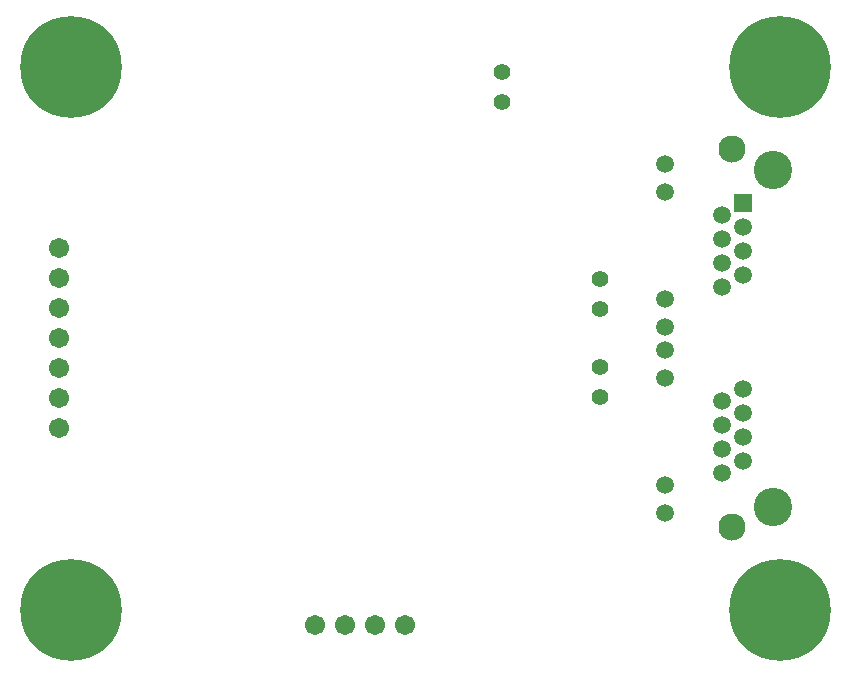
<source format=gbr>
%TF.GenerationSoftware,KiCad,Pcbnew,(6.0.1-0)*%
%TF.CreationDate,2022-12-13T14:32:30+01:00*%
%TF.ProjectId,CAN_Steppermodul,43414e5f-5374-4657-9070-65726d6f6475,rev?*%
%TF.SameCoordinates,Original*%
%TF.FileFunction,Soldermask,Bot*%
%TF.FilePolarity,Negative*%
%FSLAX46Y46*%
G04 Gerber Fmt 4.6, Leading zero omitted, Abs format (unit mm)*
G04 Created by KiCad (PCBNEW (6.0.1-0)) date 2022-12-13 14:32:30*
%MOMM*%
%LPD*%
G01*
G04 APERTURE LIST*
%ADD10C,8.600000*%
%ADD11C,0.900000*%
%ADD12C,1.400000*%
%ADD13C,2.300000*%
%ADD14C,1.500000*%
%ADD15R,1.500000X1.500000*%
%ADD16C,3.250000*%
%ADD17C,1.711200*%
G04 APERTURE END LIST*
D10*
%TO.C,H4*%
X178000000Y-76000000D03*
D11*
X178000000Y-79225000D03*
X175719581Y-78280419D03*
X180280419Y-73719581D03*
X180280419Y-78280419D03*
X174775000Y-76000000D03*
X175719581Y-73719581D03*
X178000000Y-72775000D03*
X181225000Y-76000000D03*
%TD*%
D10*
%TO.C,H3*%
X118000000Y-76000000D03*
D11*
X118000000Y-79225000D03*
X115719581Y-78280419D03*
X120280419Y-73719581D03*
X120280419Y-78280419D03*
X114775000Y-76000000D03*
X115719581Y-73719581D03*
X118000000Y-72775000D03*
X121225000Y-76000000D03*
%TD*%
D10*
%TO.C,H2*%
X118000000Y-122000000D03*
D11*
X118000000Y-125225000D03*
X115719581Y-124280419D03*
X120280419Y-119719581D03*
X120280419Y-124280419D03*
X114775000Y-122000000D03*
X115719581Y-119719581D03*
X118000000Y-118775000D03*
X121225000Y-122000000D03*
%TD*%
D10*
%TO.C,H1*%
X178000000Y-122000000D03*
D11*
X178000000Y-125225000D03*
X175719581Y-124280419D03*
X180280419Y-119719581D03*
X180280419Y-124280419D03*
X174775000Y-122000000D03*
X175719581Y-119719581D03*
X178000000Y-118775000D03*
X181225000Y-122000000D03*
%TD*%
D12*
%TO.C,TP3*%
X162750000Y-104000000D03*
X162750000Y-101460000D03*
%TD*%
%TO.C,TP2*%
X162750000Y-94000000D03*
X162750000Y-96540000D03*
%TD*%
%TO.C,TP1*%
X154460000Y-76460000D03*
X154460000Y-79000000D03*
%TD*%
D13*
%TO.C,J4*%
X173985000Y-83000000D03*
X173985000Y-115000000D03*
D14*
X168275000Y-113740000D03*
X168275000Y-111450000D03*
X168275000Y-102310000D03*
X168275000Y-100020000D03*
X173095000Y-110432000D03*
X174875000Y-109416000D03*
X173095000Y-108400000D03*
X174875000Y-107384000D03*
X173095000Y-106368000D03*
X174875000Y-105352000D03*
X173095000Y-104336000D03*
X174875000Y-103320000D03*
X168275000Y-97990000D03*
X168275000Y-95700000D03*
X168275000Y-86560000D03*
X168275000Y-84270000D03*
X173095000Y-94682000D03*
X174875000Y-93666000D03*
X173095000Y-92650000D03*
X174875000Y-91634000D03*
X173095000Y-90618000D03*
X174875000Y-89602000D03*
X173095000Y-88586000D03*
D15*
X174875000Y-87570000D03*
D16*
X177415000Y-113230000D03*
X177415000Y-84780000D03*
%TD*%
D17*
%TO.C,J3*%
X146310000Y-123300000D03*
X143770000Y-123300000D03*
X141230000Y-123300000D03*
X138690000Y-123300000D03*
%TD*%
%TO.C,J2*%
X116950000Y-106620000D03*
X116950000Y-104080000D03*
X116950000Y-101540000D03*
X116950000Y-99000000D03*
X116950000Y-96460000D03*
X116950000Y-93920000D03*
X116950000Y-91380000D03*
%TD*%
M02*

</source>
